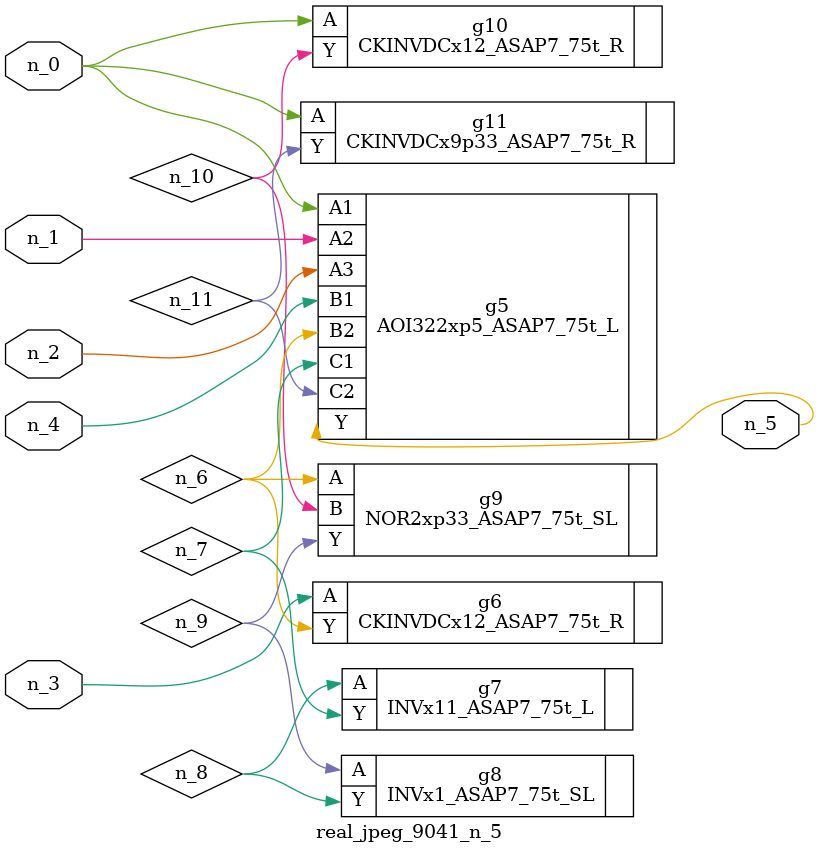
<source format=v>
module real_jpeg_9041_n_5 (n_4, n_0, n_1, n_2, n_3, n_5);

input n_4;
input n_0;
input n_1;
input n_2;
input n_3;

output n_5;

wire n_8;
wire n_11;
wire n_6;
wire n_7;
wire n_10;
wire n_9;

AOI322xp5_ASAP7_75t_L g5 ( 
.A1(n_0),
.A2(n_1),
.A3(n_2),
.B1(n_4),
.B2(n_6),
.C1(n_7),
.C2(n_11),
.Y(n_5)
);

CKINVDCx12_ASAP7_75t_R g10 ( 
.A(n_0),
.Y(n_10)
);

CKINVDCx9p33_ASAP7_75t_R g11 ( 
.A(n_0),
.Y(n_11)
);

CKINVDCx12_ASAP7_75t_R g6 ( 
.A(n_3),
.Y(n_6)
);

NOR2xp33_ASAP7_75t_SL g9 ( 
.A(n_6),
.B(n_10),
.Y(n_9)
);

INVx11_ASAP7_75t_L g7 ( 
.A(n_8),
.Y(n_7)
);

INVx1_ASAP7_75t_SL g8 ( 
.A(n_9),
.Y(n_8)
);


endmodule
</source>
